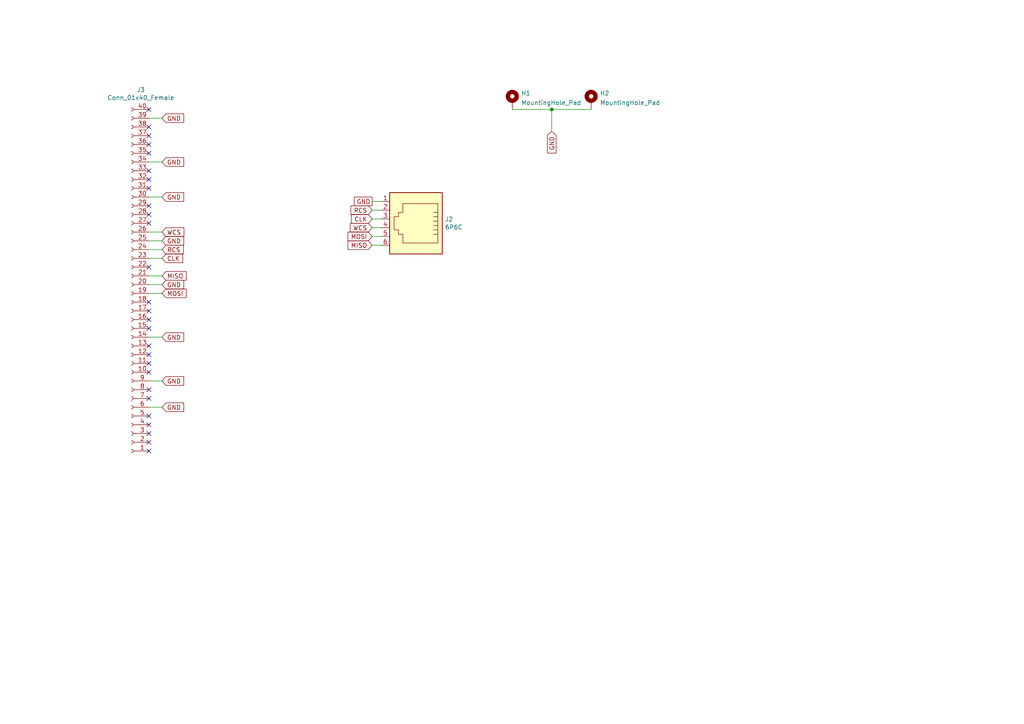
<source format=kicad_sch>
(kicad_sch (version 20211123) (generator eeschema)
  (paper "A4")
  (lib_symbols
    (symbol "Connector:6P6C" (pin_names (offset 1.016))
      (property "Reference" "J" (at -5.08 11.43 0))
      (property "Value" "6P6C" (at 2.54 11.43 0))
      (symbol "6P6C_0_1"
        (polyline (pts (xy -6.35 -1.905) (xy -5.08 -1.905) (xy -5.08 -1.905)))
        (polyline (pts (xy -6.35 -0.635) (xy -5.08 -0.635) (xy -5.08 -0.635)))
        (polyline (pts (xy -6.35 0.635) (xy -5.08 0.635) (xy -5.08 0.635)))
        (polyline (pts (xy -6.35 1.905) (xy -5.08 1.905) (xy -5.08 1.905)))
        (polyline (pts (xy -6.35 3.175) (xy -5.08 3.175) (xy -5.08 3.175)))
        (polyline (pts (xy -5.08 4.445) (xy -6.35 4.445) (xy -6.35 4.445)))
        (polyline (pts (xy -6.35 -4.445) (xy -6.35 6.985) (xy 3.81 6.985) (xy 3.81 4.445) (xy 5.08 4.445) (xy 5.08 3.175) (xy 6.35 3.175) (xy 6.35 -0.635) (xy 5.08 -0.635) (xy 5.08 -1.905) (xy 3.81 -1.905) (xy 3.81 -4.445) (xy -6.35 -4.445) (xy -6.35 -4.445)))
        (rectangle (start 7.62 10.16) (end -7.62 -7.62) (stroke (width 0.254)) (fill (type background)))
      )
      (symbol "6P6C_1_1"
        (pin passive line (at 10.16 -5.08 180) (length 2.54) (name "~") (number "1"))
        (pin passive line (at 10.16 -2.54 180) (length 2.54) (name "~") (number "2"))
        (pin passive line (at 10.16 0 180) (length 2.54) (name "~") (number "3"))
        (pin passive line (at 10.16 2.54 180) (length 2.54) (name "~") (number "4"))
        (pin passive line (at 10.16 5.08 180) (length 2.54) (name "~") (number "5"))
        (pin passive line (at 10.16 7.62 180) (length 2.54) (name "~") (number "6"))
      )
    )
    (symbol "Connector:Conn_01x40_Female" (pin_names (offset 1.016) hide)
      (property "Reference" "J" (at 0 50.8 0))
      (property "Value" "Conn_01x40_Female" (at 0 -53.34 0))
      (symbol "Conn_01x40_Female_1_1"
        (arc (start 0 -50.292) (mid -0.508 -50.8) (end 0 -51.308) (stroke (width 0.1524)))
        (arc (start 0 -47.752) (mid -0.508 -48.26) (end 0 -48.768) (stroke (width 0.1524)))
        (arc (start 0 -45.212) (mid -0.508 -45.72) (end 0 -46.228) (stroke (width 0.1524)))
        (arc (start 0 -42.672) (mid -0.508 -43.18) (end 0 -43.688) (stroke (width 0.1524)))
        (arc (start 0 -40.132) (mid -0.508 -40.64) (end 0 -41.148) (stroke (width 0.1524)))
        (arc (start 0 -37.592) (mid -0.508 -38.1) (end 0 -38.608) (stroke (width 0.1524)))
        (arc (start 0 -35.052) (mid -0.508 -35.56) (end 0 -36.068) (stroke (width 0.1524)))
        (arc (start 0 -32.512) (mid -0.508 -33.02) (end 0 -33.528) (stroke (width 0.1524)))
        (arc (start 0 -29.972) (mid -0.508 -30.48) (end 0 -30.988) (stroke (width 0.1524)))
        (arc (start 0 -27.432) (mid -0.508 -27.94) (end 0 -28.448) (stroke (width 0.1524)))
        (arc (start 0 -24.892) (mid -0.508 -25.4) (end 0 -25.908) (stroke (width 0.1524)))
        (arc (start 0 -22.352) (mid -0.508 -22.86) (end 0 -23.368) (stroke (width 0.1524)))
        (arc (start 0 -19.812) (mid -0.508 -20.32) (end 0 -20.828) (stroke (width 0.1524)))
        (arc (start 0 -17.272) (mid -0.508 -17.78) (end 0 -18.288) (stroke (width 0.1524)))
        (arc (start 0 -14.732) (mid -0.508 -15.24) (end 0 -15.748) (stroke (width 0.1524)))
        (arc (start 0 -12.192) (mid -0.508 -12.7) (end 0 -13.208) (stroke (width 0.1524)))
        (arc (start 0 -9.652) (mid -0.508 -10.16) (end 0 -10.668) (stroke (width 0.1524)))
        (arc (start 0 -7.112) (mid -0.508 -7.62) (end 0 -8.128) (stroke (width 0.1524)))
        (arc (start 0 -4.572) (mid -0.508 -5.08) (end 0 -5.588) (stroke (width 0.1524)))
        (arc (start 0 -2.032) (mid -0.508 -2.54) (end 0 -3.048) (stroke (width 0.1524)))
        (polyline (pts (xy -1.27 -50.8) (xy -0.508 -50.8)) (stroke (width 0.1524)))
        (polyline (pts (xy -1.27 -48.26) (xy -0.508 -48.26)) (stroke (width 0.1524)))
        (polyline (pts (xy -1.27 -45.72) (xy -0.508 -45.72)) (stroke (width 0.1524)))
        (polyline (pts (xy -1.27 -43.18) (xy -0.508 -43.18)) (stroke (width 0.1524)))
        (polyline (pts (xy -1.27 -40.64) (xy -0.508 -40.64)) (stroke (width 0.1524)))
        (polyline (pts (xy -1.27 -38.1) (xy -0.508 -38.1)) (stroke (width 0.1524)))
        (polyline (pts (xy -1.27 -35.56) (xy -0.508 -35.56)) (stroke (width 0.1524)))
        (polyline (pts (xy -1.27 -33.02) (xy -0.508 -33.02)) (stroke (width 0.1524)))
        (polyline (pts (xy -1.27 -30.48) (xy -0.508 -30.48)) (stroke (width 0.1524)))
        (polyline (pts (xy -1.27 -27.94) (xy -0.508 -27.94)) (stroke (width 0.1524)))
        (polyline (pts (xy -1.27 -25.4) (xy -0.508 -25.4)) (stroke (width 0.1524)))
        (polyline (pts (xy -1.27 -22.86) (xy -0.508 -22.86)) (stroke (width 0.1524)))
        (polyline (pts (xy -1.27 -20.32) (xy -0.508 -20.32)) (stroke (width 0.1524)))
        (polyline (pts (xy -1.27 -17.78) (xy -0.508 -17.78)) (stroke (width 0.1524)))
        (polyline (pts (xy -1.27 -15.24) (xy -0.508 -15.24)) (stroke (width 0.1524)))
        (polyline (pts (xy -1.27 -12.7) (xy -0.508 -12.7)) (stroke (width 0.1524)))
        (polyline (pts (xy -1.27 -10.16) (xy -0.508 -10.16)) (stroke (width 0.1524)))
        (polyline (pts (xy -1.27 -7.62) (xy -0.508 -7.62)) (stroke (width 0.1524)))
        (polyline (pts (xy -1.27 -5.08) (xy -0.508 -5.08)) (stroke (width 0.1524)))
        (polyline (pts (xy -1.27 -2.54) (xy -0.508 -2.54)) (stroke (width 0.1524)))
        (polyline (pts (xy -1.27 0) (xy -0.508 0)) (stroke (width 0.1524)))
        (polyline (pts (xy -1.27 2.54) (xy -0.508 2.54)) (stroke (width 0.1524)))
        (polyline (pts (xy -1.27 5.08) (xy -0.508 5.08)) (stroke (width 0.1524)))
        (polyline (pts (xy -1.27 7.62) (xy -0.508 7.62)) (stroke (width 0.1524)))
        (polyline (pts (xy -1.27 10.16) (xy -0.508 10.16)) (stroke (width 0.1524)))
        (polyline (pts (xy -1.27 12.7) (xy -0.508 12.7)) (stroke (width 0.1524)))
        (polyline (pts (xy -1.27 15.24) (xy -0.508 15.24)) (stroke (width 0.1524)))
        (polyline (pts (xy -1.27 17.78) (xy -0.508 17.78)) (stroke (width 0.1524)))
        (polyline (pts (xy -1.27 20.32) (xy -0.508 20.32)) (stroke (width 0.1524)))
        (polyline (pts (xy -1.27 22.86) (xy -0.508 22.86)) (stroke (width 0.1524)))
        (polyline (pts (xy -1.27 25.4) (xy -0.508 25.4)) (stroke (width 0.1524)))
        (polyline (pts (xy -1.27 27.94) (xy -0.508 27.94)) (stroke (width 0.1524)))
        (polyline (pts (xy -1.27 30.48) (xy -0.508 30.48)) (stroke (width 0.1524)))
        (polyline (pts (xy -1.27 33.02) (xy -0.508 33.02)) (stroke (width 0.1524)))
        (polyline (pts (xy -1.27 35.56) (xy -0.508 35.56)) (stroke (width 0.1524)))
        (polyline (pts (xy -1.27 38.1) (xy -0.508 38.1)) (stroke (width 0.1524)))
        (polyline (pts (xy -1.27 40.64) (xy -0.508 40.64)) (stroke (width 0.1524)))
        (polyline (pts (xy -1.27 43.18) (xy -0.508 43.18)) (stroke (width 0.1524)))
        (polyline (pts (xy -1.27 45.72) (xy -0.508 45.72)) (stroke (width 0.1524)))
        (polyline (pts (xy -1.27 48.26) (xy -0.508 48.26)) (stroke (width 0.1524)))
        (arc (start 0 0.508) (mid -0.508 0) (end 0 -0.508) (stroke (width 0.1524)))
        (arc (start 0 3.048) (mid -0.508 2.54) (end 0 2.032) (stroke (width 0.1524)))
        (arc (start 0 5.588) (mid -0.508 5.08) (end 0 4.572) (stroke (width 0.1524)))
        (arc (start 0 8.128) (mid -0.508 7.62) (end 0 7.112) (stroke (width 0.1524)))
        (arc (start 0 10.668) (mid -0.508 10.16) (end 0 9.652) (stroke (width 0.1524)))
        (arc (start 0 13.208) (mid -0.508 12.7) (end 0 12.192) (stroke (width 0.1524)))
        (arc (start 0 15.748) (mid -0.508 15.24) (end 0 14.732) (stroke (width 0.1524)))
        (arc (start 0 18.288) (mid -0.508 17.78) (end 0 17.272) (stroke (width 0.1524)))
        (arc (start 0 20.828) (mid -0.508 20.32) (end 0 19.812) (stroke (width 0.1524)))
        (arc (start 0 23.368) (mid -0.508 22.86) (end 0 22.352) (stroke (width 0.1524)))
        (arc (start 0 25.908) (mid -0.508 25.4) (end 0 24.892) (stroke (width 0.1524)))
        (arc (start 0 28.448) (mid -0.508 27.94) (end 0 27.432) (stroke (width 0.1524)))
        (arc (start 0 30.988) (mid -0.508 30.48) (end 0 29.972) (stroke (width 0.1524)))
        (arc (start 0 33.528) (mid -0.508 33.02) (end 0 32.512) (stroke (width 0.1524)))
        (arc (start 0 36.068) (mid -0.508 35.56) (end 0 35.052) (stroke (width 0.1524)))
        (arc (start 0 38.608) (mid -0.508 38.1) (end 0 37.592) (stroke (width 0.1524)))
        (arc (start 0 41.148) (mid -0.508 40.64) (end 0 40.132) (stroke (width 0.1524)))
        (arc (start 0 43.688) (mid -0.508 43.18) (end 0 42.672) (stroke (width 0.1524)))
        (arc (start 0 46.228) (mid -0.508 45.72) (end 0 45.212) (stroke (width 0.1524)))
        (arc (start 0 48.768) (mid -0.508 48.26) (end 0 47.752) (stroke (width 0.1524)))
        (pin passive line (at -5.08 48.26 0) (length 3.81) (name "Pin_1") (number "1"))
        (pin passive line (at -5.08 25.4 0) (length 3.81) (name "Pin_10") (number "10"))
        (pin passive line (at -5.08 22.86 0) (length 3.81) (name "Pin_11") (number "11"))
        (pin passive line (at -5.08 20.32 0) (length 3.81) (name "Pin_12") (number "12"))
        (pin passive line (at -5.08 17.78 0) (length 3.81) (name "Pin_13") (number "13"))
        (pin passive line (at -5.08 15.24 0) (length 3.81) (name "Pin_14") (number "14"))
        (pin passive line (at -5.08 12.7 0) (length 3.81) (name "Pin_15") (number "15"))
        (pin passive line (at -5.08 10.16 0) (length 3.81) (name "Pin_16") (number "16"))
        (pin passive line (at -5.08 7.62 0) (length 3.81) (name "Pin_17") (number "17"))
        (pin passive line (at -5.08 5.08 0) (length 3.81) (name "Pin_18") (number "18"))
        (pin passive line (at -5.08 2.54 0) (length 3.81) (name "Pin_19") (number "19"))
        (pin passive line (at -5.08 45.72 0) (length 3.81) (name "Pin_2") (number "2"))
        (pin passive line (at -5.08 0 0) (length 3.81) (name "Pin_20") (number "20"))
        (pin passive line (at -5.08 -2.54 0) (length 3.81) (name "Pin_21") (number "21"))
        (pin passive line (at -5.08 -5.08 0) (length 3.81) (name "Pin_22") (number "22"))
        (pin passive line (at -5.08 -7.62 0) (length 3.81) (name "Pin_23") (number "23"))
        (pin passive line (at -5.08 -10.16 0) (length 3.81) (name "Pin_24") (number "24"))
        (pin passive line (at -5.08 -12.7 0) (length 3.81) (name "Pin_25") (number "25"))
        (pin passive line (at -5.08 -15.24 0) (length 3.81) (name "Pin_26") (number "26"))
        (pin passive line (at -5.08 -17.78 0) (length 3.81) (name "Pin_27") (number "27"))
        (pin passive line (at -5.08 -20.32 0) (length 3.81) (name "Pin_28") (number "28"))
        (pin passive line (at -5.08 -22.86 0) (length 3.81) (name "Pin_29") (number "29"))
        (pin passive line (at -5.08 43.18 0) (length 3.81) (name "Pin_3") (number "3"))
        (pin passive line (at -5.08 -25.4 0) (length 3.81) (name "Pin_30") (number "30"))
        (pin passive line (at -5.08 -27.94 0) (length 3.81) (name "Pin_31") (number "31"))
        (pin passive line (at -5.08 -30.48 0) (length 3.81) (name "Pin_32") (number "32"))
        (pin passive line (at -5.08 -33.02 0) (length 3.81) (name "Pin_33") (number "33"))
        (pin passive line (at -5.08 -35.56 0) (length 3.81) (name "Pin_34") (number "34"))
        (pin passive line (at -5.08 -38.1 0) (length 3.81) (name "Pin_35") (number "35"))
        (pin passive line (at -5.08 -40.64 0) (length 3.81) (name "Pin_36") (number "36"))
        (pin passive line (at -5.08 -43.18 0) (length 3.81) (name "Pin_37") (number "37"))
        (pin passive line (at -5.08 -45.72 0) (length 3.81) (name "Pin_38") (number "38"))
        (pin passive line (at -5.08 -48.26 0) (length 3.81) (name "Pin_39") (number "39"))
        (pin passive line (at -5.08 40.64 0) (length 3.81) (name "Pin_4") (number "4"))
        (pin passive line (at -5.08 -50.8 0) (length 3.81) (name "Pin_40") (number "40"))
        (pin passive line (at -5.08 38.1 0) (length 3.81) (name "Pin_5") (number "5"))
        (pin passive line (at -5.08 35.56 0) (length 3.81) (name "Pin_6") (number "6"))
        (pin passive line (at -5.08 33.02 0) (length 3.81) (name "Pin_7") (number "7"))
        (pin passive line (at -5.08 30.48 0) (length 3.81) (name "Pin_8") (number "8"))
        (pin passive line (at -5.08 27.94 0) (length 3.81) (name "Pin_9") (number "9"))
      )
    )
    (symbol "Mechanical:MountingHole_Pad" (pin_numbers hide) (pin_names (offset 1.016) hide)
      (property "Reference" "H" (at 0 6.35 0))
      (property "Value" "MountingHole_Pad" (at 0 4.445 0))
      (symbol "MountingHole_Pad_0_1"
        (circle (center 0 1.27) (radius 1.27) (stroke (width 1.27)))
      )
      (symbol "MountingHole_Pad_1_1"
        (pin input line (at 0 -2.54 90) (length 2.54) (name "1") (number "1"))
      )
    )
  )
  (junction (at 160.02 31.75))
  (no_connect (at 43.18 125.73))
  (no_connect (at 43.18 115.57))
  (no_connect (at 43.18 105.41))
  (no_connect (at 43.18 95.25))
  (no_connect (at 43.18 90.17))
  (no_connect (at 43.18 123.19))
  (no_connect (at 43.18 128.27))
  (no_connect (at 43.18 130.81))
  (no_connect (at 43.18 44.45))
  (no_connect (at 43.18 36.83))
  (no_connect (at 43.18 64.77))
  (no_connect (at 43.18 49.53))
  (no_connect (at 43.18 41.91))
  (no_connect (at 43.18 102.87))
  (no_connect (at 43.18 62.23))
  (no_connect (at 43.18 92.71))
  (no_connect (at 43.18 113.03))
  (no_connect (at 43.18 59.69))
  (no_connect (at 43.18 100.33))
  (no_connect (at 43.18 107.95))
  (no_connect (at 43.18 39.37))
  (no_connect (at 43.18 31.75))
  (no_connect (at 43.18 77.47))
  (no_connect (at 43.18 54.61))
  (no_connect (at 43.18 87.63))
  (no_connect (at 43.18 52.07))
  (no_connect (at 43.18 120.65))
  (wire (pts (xy 160.02 31.75) (xy 171.45 31.75)))
  (wire (pts (xy 110.49 71.12) (xy 107.95 71.12)))
  (wire (pts (xy 110.49 60.96) (xy 107.95 60.96)))
  (wire (pts (xy 46.99 74.93) (xy 43.18 74.93)))
  (wire (pts (xy 46.99 118.11) (xy 43.18 118.11)))
  (wire (pts (xy 46.99 46.99) (xy 43.18 46.99)))
  (wire (pts (xy 46.99 110.49) (xy 43.18 110.49)))
  (wire (pts (xy 107.95 58.42) (xy 110.49 58.42)))
  (wire (pts (xy 46.99 34.29) (xy 43.18 34.29)))
  (wire (pts (xy 107.95 68.58) (xy 110.49 68.58)))
  (wire (pts (xy 160.02 31.75) (xy 160.02 38.1)))
  (wire (pts (xy 107.95 63.5) (xy 110.49 63.5)))
  (wire (pts (xy 148.59 31.75) (xy 160.02 31.75)))
  (wire (pts (xy 46.99 85.09) (xy 43.18 85.09)))
  (wire (pts (xy 46.99 69.85) (xy 43.18 69.85)))
  (wire (pts (xy 46.99 82.55) (xy 43.18 82.55)))
  (wire (pts (xy 46.99 80.01) (xy 43.18 80.01)))
  (wire (pts (xy 46.99 97.79) (xy 43.18 97.79)))
  (wire (pts (xy 110.49 66.04) (xy 107.95 66.04)))
  (wire (pts (xy 46.99 57.15) (xy 43.18 57.15)))
  (wire (pts (xy 46.99 67.31) (xy 43.18 67.31)))
  (wire (pts (xy 46.99 72.39) (xy 43.18 72.39)))
  (global_label "GND" (shape input) (at 46.99 97.79 0) (property "Intersheet References" "${INTERSHEET_REFS}" (effects hide)))
  (global_label "GND" (shape passive) (at 107.95 58.42 180) (property "Intersheet References" "${INTERSHEET_REFS}" (effects hide)))
  (global_label "GND" (shape input) (at 46.99 110.49 0) (property "Intersheet References" "${INTERSHEET_REFS}" (effects hide)))
  (global_label "RCS" (shape input) (at 107.95 60.96 180) (property "Intersheet References" "${INTERSHEET_REFS}" (effects hide)))
  (global_label "GND" (shape input) (at 46.99 69.85 0) (property "Intersheet References" "${INTERSHEET_REFS}" (effects hide)))
  (global_label "GND" (shape input) (at 46.99 82.55 0) (property "Intersheet References" "${INTERSHEET_REFS}" (effects hide)))
  (global_label "MISO" (shape input) (at 46.99 80.01 0) (property "Intersheet References" "${INTERSHEET_REFS}" (effects hide)))
  (global_label "GND" (shape input) (at 46.99 118.11 0) (property "Intersheet References" "${INTERSHEET_REFS}" (effects hide)))
  (global_label "MISO" (shape input) (at 107.95 71.12 180) (property "Intersheet References" "${INTERSHEET_REFS}" (effects hide)))
  (global_label "GND" (shape input) (at 160.02 38.1 270) (property "Intersheet References" "${INTERSHEET_REFS}" (effects hide)))
  (global_label "RCS" (shape input) (at 46.99 72.39 0) (property "Intersheet References" "${INTERSHEET_REFS}" (effects hide)))
  (global_label "GND" (shape input) (at 46.99 34.29 0) (property "Intersheet References" "${INTERSHEET_REFS}" (effects hide)))
  (global_label "MOSI" (shape input) (at 46.99 85.09 0) (property "Intersheet References" "${INTERSHEET_REFS}" (effects hide)))
  (global_label "CLK" (shape input) (at 107.95 63.5 180) (property "Intersheet References" "${INTERSHEET_REFS}" (effects hide)))
  (global_label "MOSI" (shape input) (at 107.95 68.58 180) (property "Intersheet References" "${INTERSHEET_REFS}" (effects hide)))
  (global_label "WCS" (shape input) (at 107.95 66.04 180) (property "Intersheet References" "${INTERSHEET_REFS}" (effects hide)))
  (global_label "WCS" (shape input) (at 46.99 67.31 0) (property "Intersheet References" "${INTERSHEET_REFS}" (effects hide)))
  (global_label "CLK" (shape input) (at 46.99 74.93 0) (property "Intersheet References" "${INTERSHEET_REFS}" (effects hide)))
  (global_label "GND" (shape input) (at 46.99 57.15 0) (property "Intersheet References" "${INTERSHEET_REFS}" (effects hide)))
  (global_label "GND" (shape input) (at 46.99 46.99 0) (property "Intersheet References" "${INTERSHEET_REFS}" (effects hide)))
  (symbol (lib_id "Connector:Conn_01x40_Female") (at 38.1 82.55 180) (unit 1)
    (property "Reference" "J3" (at 40.8432 26.035 0))
    (property "Value" "Conn_01x40_Female" (at 40.8432 28.3464 0))
    (property "Footprint" "Connector_PinSocket_2.54mm:PinSocket_2x20_P2.54mm_Vertical" (effects hide))
  )
  (symbol (lib_id "Connector:6P6C") (at 120.65 63.5 180) (unit 1)
    (property "Reference" "J2" (at 129.032 63.6016 0) (effects (justify right)))
    (property "Value" "6P6C" (at 129.032 65.913 0) (effects (justify right)))
    (property "Footprint" "Connector_RJ:6P6C-MTJ-660x1" (effects hide))
  )
  (symbol (lib_id "Mechanical:MountingHole_Pad") (at 148.59 29.21 0) (unit 1)
    (property "Reference" "H1" (at 151.13 27.0315 0) (effects (justify left)))
    (property "Value" "MountingHole_Pad" (at 151.13 29.8066 0) (effects (justify left)))
    (property "Footprint" "MountingHole:MountingHole_2.7mm_Pad" (effects hide))
  )
  (symbol (lib_id "Mechanical:MountingHole_Pad") (at 171.45 29.21 0) (unit 1)
    (property "Reference" "H2" (at 173.99 27.0315 0) (effects (justify left)))
    (property "Value" "MountingHole_Pad" (at 173.99 29.8066 0) (effects (justify left)))
    (property "Footprint" "MountingHole:MountingHole_2.7mm_Pad" (effects hide))
  )
)
</source>
